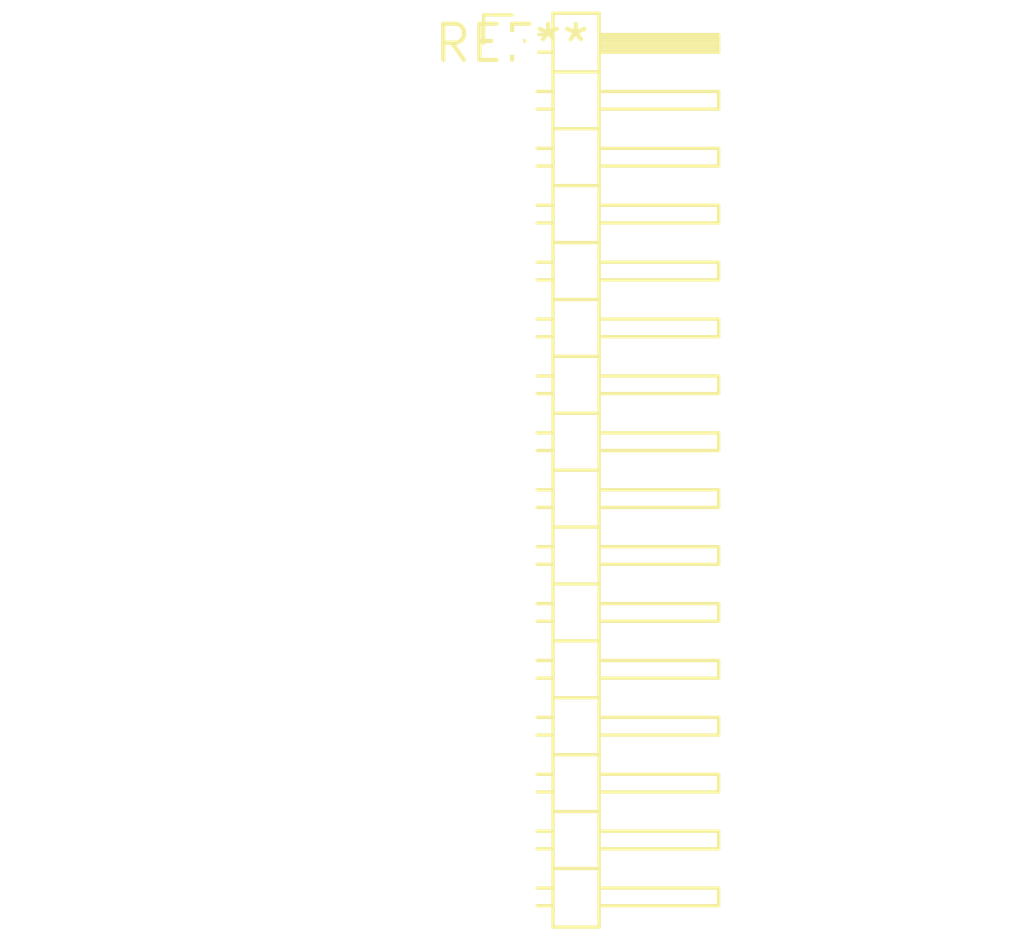
<source format=kicad_pcb>
(kicad_pcb (version 20240108) (generator pcbnew)
  (layers (0 "F.Cu" signal) (31 "B.Cu" signal) (34 "B.Paste" user) (35 "F.Paste" user) (36 "B.SilkS" user "B.Silkscreen") (37 "F.SilkS" user "F.Silkscreen") (38 "B.Mask" user) (39 "F.Mask" user) (44 "Edge.Cuts" user))
  (net 0 "")
  (footprint "PinHeader_1x16_P2.00mm_Horizontal" (layer "F.Cu") (at 0 0)
    (property "Reference" "REF**")
    (property "Value" "PinHeader_1x16_P2.00mm_Horizontal")
    (fp_line (start -1 -1) (end 0 -1) (layer "F.SilkS") (stroke (width 0.12)))
    (fp_line (start -1 0) (end -1 -1) (layer "F.SilkS") (stroke (width 0.12)))
    (fp_line (start 0.882114 1.69) (end 1.44 1.69) (layer "F.SilkS") (stroke (width 0.12)))
    (fp_line (start 0.882114 2.31) (end 1.44 2.31) (layer "F.SilkS") (stroke (width 0.12)))
    (fp_line (start 0.882114 3.69) (end 1.44 3.69) (layer "F.SilkS") (stroke (width 0.12)))
    (fp_line (start 0.882114 4.31) (end 1.44 4.31) (layer "F.SilkS") (stroke (width 0.12)))
    (fp_line (start 0.882114 5.69) (end 1.44 5.69) (layer "F.SilkS") (stroke (width 0.12)))
    (fp_line (start 0.882114 6.31) (end 1.44 6.31) (layer "F.SilkS") (stroke (width 0.12)))
    (fp_line (start 0.882114 7.69) (end 1.44 7.69) (layer "F.SilkS") (stroke (width 0.12)))
    (fp_line (start 0.882114 8.31) (end 1.44 8.31) (layer "F.SilkS") (stroke (width 0.12)))
    (fp_line (start 0.882114 9.69) (end 1.44 9.69) (layer "F.SilkS") (stroke (width 0.12)))
    (fp_line (start 0.882114 10.31) (end 1.44 10.31) (layer "F.SilkS") (stroke (width 0.12)))
    (fp_line (start 0.882114 11.69) (end 1.44 11.69) (layer "F.SilkS") (stroke (width 0.12)))
    (fp_line (start 0.882114 12.31) (end 1.44 12.31) (layer "F.SilkS") (stroke (width 0.12)))
    (fp_line (start 0.882114 13.69) (end 1.44 13.69) (layer "F.SilkS") (stroke (width 0.12)))
    (fp_line (start 0.882114 14.31) (end 1.44 14.31) (layer "F.SilkS") (stroke (width 0.12)))
    (fp_line (start 0.882114 15.69) (end 1.44 15.69) (layer "F.SilkS") (stroke (width 0.12)))
    (fp_line (start 0.882114 16.31) (end 1.44 16.31) (layer "F.SilkS") (stroke (width 0.12)))
    (fp_line (start 0.882114 17.69) (end 1.44 17.69) (layer "F.SilkS") (stroke (width 0.12)))
    (fp_line (start 0.882114 18.31) (end 1.44 18.31) (layer "F.SilkS") (stroke (width 0.12)))
    (fp_line (start 0.882114 19.69) (end 1.44 19.69) (layer "F.SilkS") (stroke (width 0.12)))
    (fp_line (start 0.882114 20.31) (end 1.44 20.31) (layer "F.SilkS") (stroke (width 0.12)))
    (fp_line (start 0.882114 21.69) (end 1.44 21.69) (layer "F.SilkS") (stroke (width 0.12)))
    (fp_line (start 0.882114 22.31) (end 1.44 22.31) (layer "F.SilkS") (stroke (width 0.12)))
    (fp_line (start 0.882114 23.69) (end 1.44 23.69) (layer "F.SilkS") (stroke (width 0.12)))
    (fp_line (start 0.882114 24.31) (end 1.44 24.31) (layer "F.SilkS") (stroke (width 0.12)))
    (fp_line (start 0.882114 25.69) (end 1.44 25.69) (layer "F.SilkS") (stroke (width 0.12)))
    (fp_line (start 0.882114 26.31) (end 1.44 26.31) (layer "F.SilkS") (stroke (width 0.12)))
    (fp_line (start 0.882114 27.69) (end 1.44 27.69) (layer "F.SilkS") (stroke (width 0.12)))
    (fp_line (start 0.882114 28.31) (end 1.44 28.31) (layer "F.SilkS") (stroke (width 0.12)))
    (fp_line (start 0.882114 29.69) (end 1.44 29.69) (layer "F.SilkS") (stroke (width 0.12)))
    (fp_line (start 0.882114 30.31) (end 1.44 30.31) (layer "F.SilkS") (stroke (width 0.12)))
    (fp_line (start 0.935 -0.31) (end 1.44 -0.31) (layer "F.SilkS") (stroke (width 0.12)))
    (fp_line (start 0.935 0.31) (end 1.44 0.31) (layer "F.SilkS") (stroke (width 0.12)))
    (fp_line (start 1.44 -1.06) (end 1.44 31.06) (layer "F.SilkS") (stroke (width 0.12)))
    (fp_line (start 1.44 1) (end 3.06 1) (layer "F.SilkS") (stroke (width 0.12)))
    (fp_line (start 1.44 3) (end 3.06 3) (layer "F.SilkS") (stroke (width 0.12)))
    (fp_line (start 1.44 5) (end 3.06 5) (layer "F.SilkS") (stroke (width 0.12)))
    (fp_line (start 1.44 7) (end 3.06 7) (layer "F.SilkS") (stroke (width 0.12)))
    (fp_line (start 1.44 9) (end 3.06 9) (layer "F.SilkS") (stroke (width 0.12)))
    (fp_line (start 1.44 11) (end 3.06 11) (layer "F.SilkS") (stroke (width 0.12)))
    (fp_line (start 1.44 13) (end 3.06 13) (layer "F.SilkS") (stroke (width 0.12)))
    (fp_line (start 1.44 15) (end 3.06 15) (layer "F.SilkS") (stroke (width 0.12)))
    (fp_line (start 1.44 17) (end 3.06 17) (layer "F.SilkS") (stroke (width 0.12)))
    (fp_line (start 1.44 19) (end 3.06 19) (layer "F.SilkS") (stroke (width 0.12)))
    (fp_line (start 1.44 21) (end 3.06 21) (layer "F.SilkS") (stroke (width 0.12)))
    (fp_line (start 1.44 23) (end 3.06 23) (layer "F.SilkS") (stroke (width 0.12)))
    (fp_line (start 1.44 25) (end 3.06 25) (layer "F.SilkS") (stroke (width 0.12)))
    (fp_line (start 1.44 27) (end 3.06 27) (layer "F.SilkS") (stroke (width 0.12)))
    (fp_line (start 1.44 29) (end 3.06 29) (layer "F.SilkS") (stroke (width 0.12)))
    (fp_line (start 1.44 31.06) (end 3.06 31.06) (layer "F.SilkS") (stroke (width 0.12)))
    (fp_line (start 3.06 -1.06) (end 1.44 -1.06) (layer "F.SilkS") (stroke (width 0.12)))
    (fp_line (start 3.06 -0.31) (end 7.26 -0.31) (layer "F.SilkS") (stroke (width 0.12)))
    (fp_line (start 3.06 -0.25) (end 7.26 -0.25) (layer "F.SilkS") (stroke (width 0.12)))
    (fp_line (start 3.06 -0.13) (end 7.26 -0.13) (layer "F.SilkS") (stroke (width 0.12)))
    (fp_line (start 3.06 -0.01) (end 7.26 -0.01) (layer "F.SilkS") (stroke (width 0.12)))
    (fp_line (start 3.06 0.11) (end 7.26 0.11) (layer "F.SilkS") (stroke (width 0.12)))
    (fp_line (start 3.06 0.23) (end 7.26 0.23) (layer "F.SilkS") (stroke (width 0.12)))
    (fp_line (start 3.06 1.69) (end 7.26 1.69) (layer "F.SilkS") (stroke (width 0.12)))
    (fp_line (start 3.06 3.69) (end 7.26 3.69) (layer "F.SilkS") (stroke (width 0.12)))
    (fp_line (start 3.06 5.69) (end 7.26 5.69) (layer "F.SilkS") (stroke (width 0.12)))
    (fp_line (start 3.06 7.69) (end 7.26 7.69) (layer "F.SilkS") (stroke (width 0.12)))
    (fp_line (start 3.06 9.69) (end 7.26 9.69) (layer "F.SilkS") (stroke (width 0.12)))
    (fp_line (start 3.06 11.69) (end 7.26 11.69) (layer "F.SilkS") (stroke (width 0.12)))
    (fp_line (start 3.06 13.69) (end 7.26 13.69) (layer "F.SilkS") (stroke (width 0.12)))
    (fp_line (start 3.06 15.69) (end 7.26 15.69) (layer "F.SilkS") (stroke (width 0.12)))
    (fp_line (start 3.06 17.69) (end 7.26 17.69) (layer "F.SilkS") (stroke (width 0.12)))
    (fp_line (start 3.06 19.69) (end 7.26 19.69) (layer "F.SilkS") (stroke (width 0.12)))
    (fp_line (start 3.06 21.69) (end 7.26 21.69) (layer "F.SilkS") (stroke (width 0.12)))
    (fp_line (start 3.06 23.69) (end 7.26 23.69) (layer "F.SilkS") (stroke (width 0.12)))
    (fp_line (start 3.06 25.69) (end 7.26 25.69) (layer "F.SilkS") (stroke (width 0.12)))
    (fp_line (start 3.06 27.69) (end 7.26 27.69) (layer "F.SilkS") (stroke (width 0.12)))
    (fp_line (start 3.06 29.69) (end 7.26 29.69) (layer "F.SilkS") (stroke (width 0.12)))
    (fp_line (start 3.06 31.06) (end 3.06 -1.06) (layer "F.SilkS") (stroke (width 0.12)))
    (fp_line (start 7.26 -0.31) (end 7.26 0.31) (layer "F.SilkS") (stroke (width 0.12)))
    (fp_line (start 7.26 0.31) (end 3.06 0.31) (layer "F.SilkS") (stroke (width 0.12)))
    (fp_line (start 7.26 1.69) (end 7.26 2.31) (layer "F.SilkS") (stroke (width 0.12)))
    (fp_line (start 7.26 2.31) (end 3.06 2.31) (layer "F.SilkS") (stroke (width 0.12)))
    (fp_line (start 7.26 3.69) (end 7.26 4.31) (layer "F.SilkS") (stroke (width 0.12)))
    (fp_line (start 7.26 4.31) (end 3.06 4.31) (layer "F.SilkS") (stroke (width 0.12)))
    (fp_line (start 7.26 5.69) (end 7.26 6.31) (layer "F.SilkS") (stroke (width 0.12)))
    (fp_line (start 7.26 6.31) (end 3.06 6.31) (layer "F.SilkS") (stroke (width 0.12)))
    (fp_line (start 7.26 7.69) (end 7.26 8.31) (layer "F.SilkS") (stroke (width 0.12)))
    (fp_line (start 7.26 8.31) (end 3.06 8.31) (layer "F.SilkS") (stroke (width 0.12)))
    (fp_line (start 7.26 9.69) (end 7.26 10.31) (layer "F.SilkS") (stroke (width 0.12)))
    (fp_line (start 7.26 10.31) (end 3.06 10.31) (layer "F.SilkS") (stroke (width 0.12)))
    (fp_line (start 7.26 11.69) (end 7.26 12.31) (layer "F.SilkS") (stroke (width 0.12)))
    (fp_line (start 7.26 12.31) (end 3.06 12.31) (layer "F.SilkS") (stroke (width 0.12)))
    (fp_line (start 7.26 13.69) (end 7.26 14.31) (layer "F.SilkS") (stroke (width 0.12)))
    (fp_line (start 7.26 14.31) (end 3.06 14.31) (layer "F.SilkS") (stroke (width 0.12)))
    (fp_line (start 7.26 15.69) (end 7.26 16.31) (layer "F.SilkS") (stroke (width 0.12)))
    (fp_line (start 7.26 16.31) (end 3.06 16.31) (layer "F.SilkS") (stroke (width 0.12)))
    (fp_line (start 7.26 17.69) (end 7.26 18.31) (layer "F.SilkS") (stroke (width 0.12)))
    (fp_line (start 7.26 18.31) (end 3.06 18.31) (layer "F.SilkS") (stroke (width 0.12)))
    (fp_line (start 7.26 19.69) (end 7.26 20.31) (layer "F.SilkS") (stroke (width 0.12)))
    (fp_line (start 7.26 20.31) (end 3.06 20.31) (layer "F.SilkS") (stroke (width 0.12)))
    (fp_line (start 7.26 21.69) (end 7.26 22.31) (layer "F.SilkS") (stroke (width 0.12)))
    (fp_line (start 7.26 22.31) (end 3.06 22.31) (layer "F.SilkS") (stroke (width 0.12)))
    (fp_line (start 7.26 23.69) (end 7.26 24.31) (layer "F.SilkS") (stroke (width 0.12)))
    (fp_line (start 7.26 24.31) (end 3.06 24.31) (layer "F.SilkS") (stroke (width 0.12)))
    (fp_line (start 7.26 25.69) (end 7.26 26.31) (layer "F.SilkS") (stroke (width 0.12)))
    (fp_line (start 7.26 26.31) (end 3.06 26.31) (layer "F.SilkS") (stroke (width 0.12)))
    (fp_line (start 7.26 27.69) (end 7.26 28.31) (layer "F.SilkS") (stroke (width 0.12)))
    (fp_line (start 7.26 28.31) (end 3.06 28.31) (layer "F.SilkS") (stroke (width 0.12)))
    (fp_line (start 7.26 29.69) (end 7.26 30.31) (layer "F.SilkS") (stroke (width 0.12)))
    (fp_line (start 7.26 30.31) (end 3.06 30.31) (layer "F.SilkS") (stroke (width 0.12)))
    (pad "1" thru_hole rect (at 0 0) (size 1.35 1.35) (drill 0.8) (layers *.Cu *.Mask) (remove_unused_layers))
    (pad "2" thru_hole oval (at 0 2) (size 1.35 1.35) (drill 0.8) (layers *.Cu *.Mask) (remove_unused_layers))
    (pad "3" thru_hole oval (at 0 4) (size 1.35 1.35) (drill 0.8) (layers *.Cu *.Mask) (remove_unused_layers))
    (pad "4" thru_hole oval (at 0 6) (size 1.35 1.35) (drill 0.8) (layers *.Cu *.Mask) (remove_unused_layers))
    (pad "5" thru_hole oval (at 0 8) (size 1.35 1.35) (drill 0.8) (layers *.Cu *.Mask) (remove_unused_layers))
    (pad "6" thru_hole oval (at 0 10) (size 1.35 1.35) (drill 0.8) (layers *.Cu *.Mask) (remove_unused_layers))
    (pad "7" thru_hole oval (at 0 12) (size 1.35 1.35) (drill 0.8) (layers *.Cu *.Mask) (remove_unused_layers))
    (pad "8" thru_hole oval (at 0 14) (size 1.35 1.35) (drill 0.8) (layers *.Cu *.Mask) (remove_unused_layers))
    (pad "9" thru_hole oval (at 0 16) (size 1.35 1.35) (drill 0.8) (layers *.Cu *.Mask) (remove_unused_layers))
    (pad "10" thru_hole oval (at 0 18) (size 1.35 1.35) (drill 0.8) (layers *.Cu *.Mask) (remove_unused_layers))
    (pad "11" thru_hole oval (at 0 20) (size 1.35 1.35) (drill 0.8) (layers *.Cu *.Mask) (remove_unused_layers))
    (pad "12" thru_hole oval (at 0 22) (size 1.35 1.35) (drill 0.8) (layers *.Cu *.Mask) (remove_unused_layers))
    (pad "13" thru_hole oval (at 0 24) (size 1.35 1.35) (drill 0.8) (layers *.Cu *.Mask) (remove_unused_layers))
    (pad "14" thru_hole oval (at 0 26) (size 1.35 1.35) (drill 0.8) (layers *.Cu *.Mask) (remove_unused_layers))
    (pad "15" thru_hole oval (at 0 28) (size 1.35 1.35) (drill 0.8) (layers *.Cu *.Mask) (remove_unused_layers))
    (pad "16" thru_hole oval (at 0 30) (size 1.35 1.35) (drill 0.8) (layers *.Cu *.Mask) (remove_unused_layers))
  )
)
</source>
